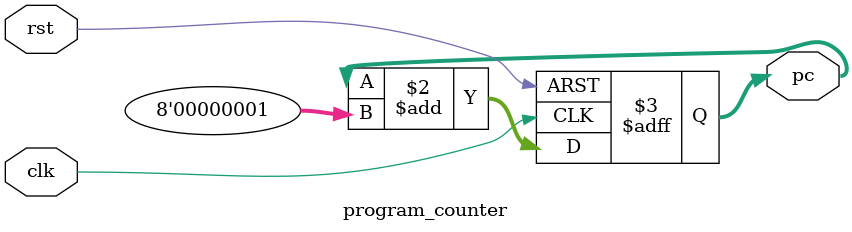
<source format=sv>
`timescale 1ns / 1ps

module program_counter(
input logic clk, rst,
output logic [7:0] pc);

    always @(posedge clk, posedge rst)
        begin
        if (rst)
            begin
                pc = 0;
            end
        else
            begin
                pc = pc + 8'd1;
            end
        end
endmodule

</source>
